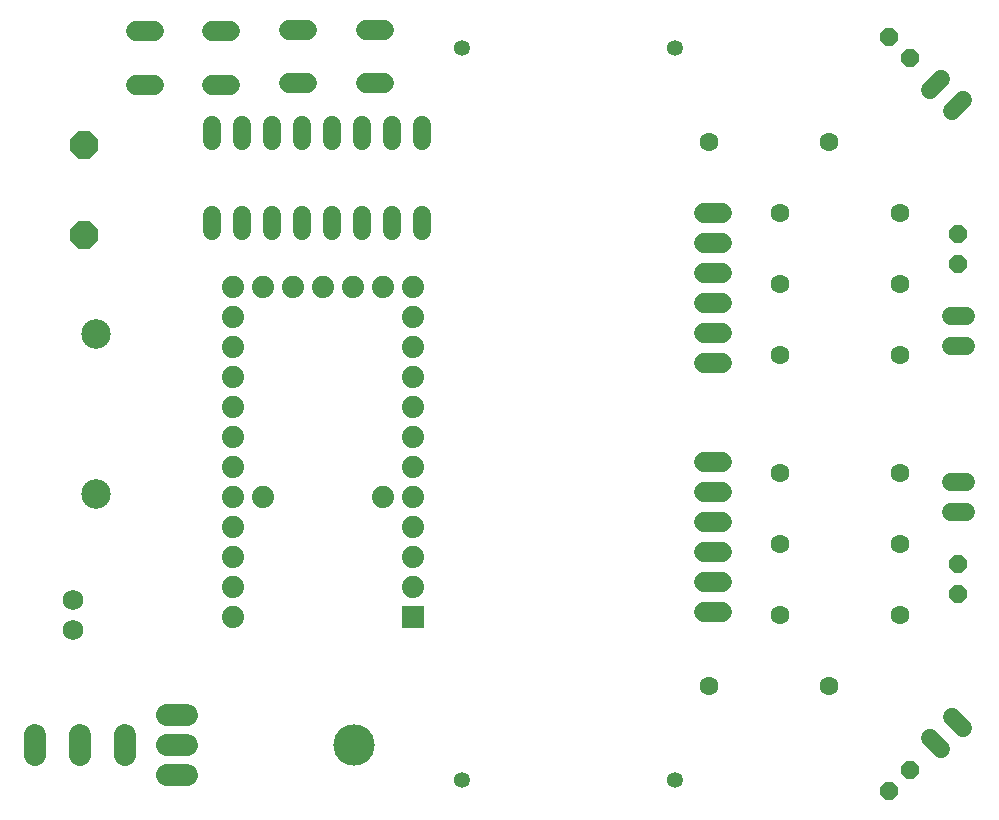
<source format=gbr>
G04 EAGLE Gerber RS-274X export*
G75*
%MOMM*%
%FSLAX34Y34*%
%LPD*%
%INSoldermask Bottom*%
%IPPOS*%
%AMOC8*
5,1,8,0,0,1.08239X$1,22.5*%
G01*
%ADD10C,1.727200*%
%ADD11P,2.556822X8X112.500000*%
%ADD12C,1.524000*%
%ADD13C,1.879600*%
%ADD14C,3.505200*%
%ADD15P,1.649562X8X157.500000*%
%ADD16P,1.649562X8X292.500000*%
%ADD17P,1.649562X8X112.500000*%
%ADD18P,1.649562X8X247.500000*%
%ADD19C,1.603200*%
%ADD20C,1.727200*%
%ADD21R,1.879600X1.879600*%
%ADD22C,1.879600*%
%ADD23C,2.503200*%
%ADD24C,1.353200*%


D10*
X80000Y167300D03*
X80000Y192700D03*
D11*
X90000Y501900D03*
X90000Y578100D03*
D12*
X198400Y518504D02*
X198400Y505296D01*
X223800Y505296D02*
X223800Y518504D01*
X249200Y518504D02*
X249200Y505296D01*
X274600Y505296D02*
X274600Y518504D01*
X300000Y518504D02*
X300000Y505296D01*
X325400Y505296D02*
X325400Y518504D01*
X350800Y518504D02*
X350800Y505296D01*
X376200Y505296D02*
X376200Y518504D01*
X376200Y581496D02*
X376200Y594704D01*
X350800Y594704D02*
X350800Y581496D01*
X325400Y581496D02*
X325400Y594704D01*
X300000Y594704D02*
X300000Y581496D01*
X274600Y581496D02*
X274600Y594704D01*
X249200Y594704D02*
X249200Y581496D01*
X223800Y581496D02*
X223800Y594704D01*
X198400Y594704D02*
X198400Y581496D01*
D13*
X176782Y95400D02*
X160018Y95400D01*
X160018Y70000D02*
X176782Y70000D01*
X176782Y44600D02*
X160018Y44600D01*
D14*
X318260Y70000D03*
D15*
X788980Y651020D03*
X771020Y668980D03*
D16*
X830000Y502700D03*
X830000Y477300D03*
D17*
X830000Y197300D03*
X830000Y222700D03*
D18*
X788980Y48980D03*
X771020Y31020D03*
D19*
X780800Y520000D03*
X679200Y520000D03*
X780800Y180000D03*
X679200Y180000D03*
X780800Y460000D03*
X679200Y460000D03*
X780800Y240000D03*
X679200Y240000D03*
X720800Y580000D03*
X619200Y580000D03*
X780800Y400000D03*
X679200Y400000D03*
X780800Y300000D03*
X679200Y300000D03*
X720800Y120000D03*
X619200Y120000D03*
D20*
X148608Y674106D02*
X133368Y674106D01*
X133368Y628894D02*
X148608Y628894D01*
X198392Y674106D02*
X213632Y674106D01*
X213632Y628894D02*
X198392Y628894D01*
X263368Y675206D02*
X278608Y675206D01*
X278608Y629994D02*
X263368Y629994D01*
X328392Y675206D02*
X343632Y675206D01*
X343632Y629994D02*
X328392Y629994D01*
D13*
X48100Y78082D02*
X48100Y61318D01*
X86200Y61318D02*
X86200Y78082D01*
X124300Y78082D02*
X124300Y61318D01*
D20*
X614680Y392900D02*
X629920Y392900D01*
X629920Y418300D02*
X614680Y418300D01*
X614680Y443700D02*
X629920Y443700D01*
X629920Y469100D02*
X614680Y469100D01*
X614680Y494500D02*
X629920Y494500D01*
X629920Y519900D02*
X614680Y519900D01*
X614680Y309400D02*
X629920Y309400D01*
X629920Y284000D02*
X614680Y284000D01*
X614680Y258600D02*
X629920Y258600D01*
X629920Y233200D02*
X614680Y233200D01*
X614680Y207800D02*
X629920Y207800D01*
X629920Y182400D02*
X614680Y182400D01*
D12*
X824311Y606350D02*
X833650Y615689D01*
X815689Y633650D02*
X806350Y624311D01*
X823396Y407300D02*
X836604Y407300D01*
X836604Y432700D02*
X823396Y432700D01*
X823396Y267300D02*
X836604Y267300D01*
X836604Y292700D02*
X823396Y292700D01*
X824311Y93650D02*
X833650Y84311D01*
X815689Y66350D02*
X806350Y75689D01*
D21*
X368300Y177800D03*
D22*
X368300Y304800D03*
X368300Y381000D03*
X368300Y406400D03*
X368300Y330200D03*
X368300Y355600D03*
X241300Y457200D03*
X342900Y457200D03*
X215900Y457200D03*
X215900Y431800D03*
X368300Y431800D03*
X368300Y457200D03*
X215900Y330200D03*
X215900Y304800D03*
X215900Y279400D03*
X215900Y254000D03*
X215900Y228600D03*
X215900Y203200D03*
X241300Y279400D03*
X292100Y457200D03*
X342900Y279400D03*
X368300Y203200D03*
X368300Y228600D03*
X368300Y254000D03*
X368300Y279400D03*
X215900Y406400D03*
X215900Y381000D03*
X215900Y355600D03*
X215900Y177800D03*
X317500Y457200D03*
X266700Y457200D03*
D23*
X100000Y417500D03*
X100000Y282500D03*
D24*
X410000Y660000D03*
X590000Y660000D03*
X590000Y40000D03*
X410000Y40000D03*
M02*

</source>
